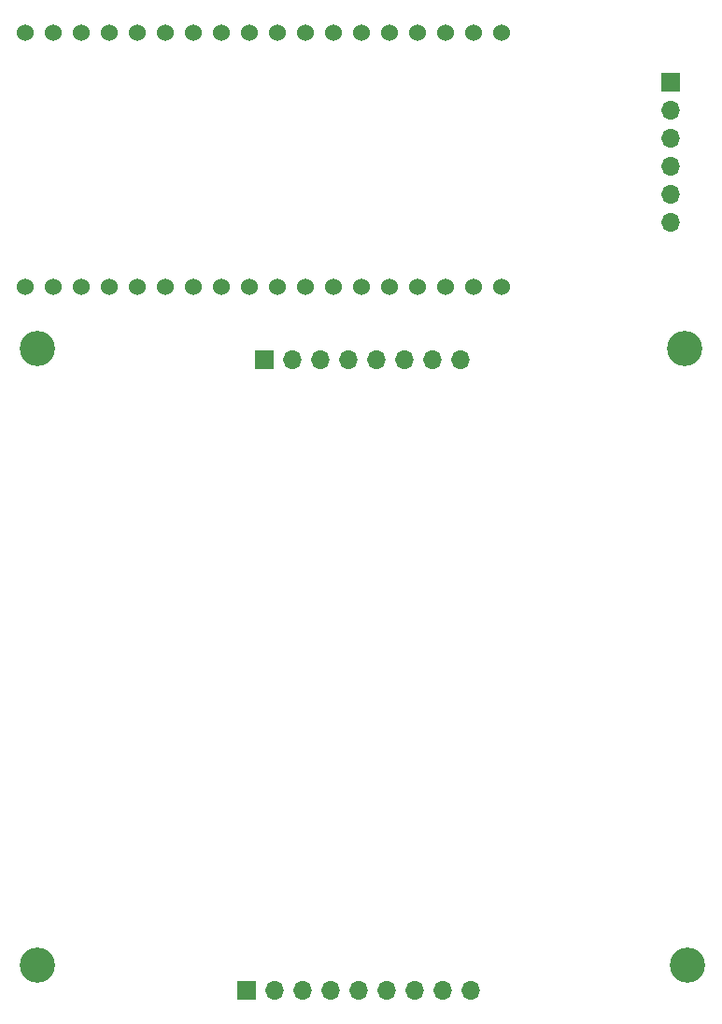
<source format=gbr>
%TF.GenerationSoftware,KiCad,Pcbnew,7.0.7*%
%TF.CreationDate,2023-09-01T04:07:14-04:00*%
%TF.ProjectId,Lora_Keypad,4c6f7261-5f4b-4657-9970-61642e6b6963,v1*%
%TF.SameCoordinates,Original*%
%TF.FileFunction,Soldermask,Bot*%
%TF.FilePolarity,Negative*%
%FSLAX46Y46*%
G04 Gerber Fmt 4.6, Leading zero omitted, Abs format (unit mm)*
G04 Created by KiCad (PCBNEW 7.0.7) date 2023-09-01 04:07:14*
%MOMM*%
%LPD*%
G01*
G04 APERTURE LIST*
%ADD10C,3.200000*%
%ADD11R,1.700000X1.700000*%
%ADD12O,1.700000X1.700000*%
%ADD13C,1.524000*%
G04 APERTURE END LIST*
D10*
%TO.C,H4*%
X175514000Y-134620000D03*
%TD*%
%TO.C,H3*%
X116586000Y-134620000D03*
%TD*%
%TO.C,H2*%
X175260000Y-78740000D03*
%TD*%
%TO.C,H1*%
X116586000Y-78740000D03*
%TD*%
D11*
%TO.C,J1*%
X173990000Y-54610000D03*
D12*
X173990000Y-57150000D03*
X173990000Y-59690000D03*
X173990000Y-62230000D03*
X173990000Y-64770000D03*
X173990000Y-67310000D03*
%TD*%
D13*
%TO.C,U1*%
X115540000Y-73130000D03*
X118080000Y-73130000D03*
X120620000Y-73130000D03*
X123160000Y-73130000D03*
X125700000Y-73130000D03*
X128240000Y-73130000D03*
X130780000Y-73130000D03*
X133320000Y-73130000D03*
X135860000Y-73130000D03*
X138400000Y-73130000D03*
X140940000Y-73130000D03*
X143480000Y-73130000D03*
X146020000Y-73130000D03*
X148560000Y-73130000D03*
X151100000Y-73130000D03*
X153640000Y-73130000D03*
X156180000Y-73130000D03*
X158720000Y-73130000D03*
X158720000Y-50100000D03*
X156180000Y-50100000D03*
X153640000Y-50100000D03*
X151100000Y-50100000D03*
X148560000Y-50100000D03*
X146020000Y-50100000D03*
X143480000Y-50100000D03*
X140940000Y-50100000D03*
X138400000Y-50100000D03*
X135860000Y-50100000D03*
X133320000Y-50100000D03*
X130780000Y-50100000D03*
X128240000Y-50100000D03*
X125700000Y-50100000D03*
X123160000Y-50100000D03*
X120620000Y-50100000D03*
X118080000Y-50100000D03*
X115540000Y-50100000D03*
%TD*%
D11*
%TO.C,U2*%
X137160000Y-79760000D03*
D12*
X139700000Y-79760000D03*
X142240000Y-79760000D03*
X144780000Y-79760000D03*
X147320000Y-79760000D03*
X149860000Y-79760000D03*
X152400000Y-79760000D03*
X154940000Y-79760000D03*
D11*
X135572500Y-136910000D03*
D12*
X138112500Y-136910000D03*
X140652500Y-136910000D03*
X143192500Y-136910000D03*
X145732500Y-136910000D03*
X148272500Y-136910000D03*
X150812500Y-136910000D03*
X153352500Y-136910000D03*
X155892500Y-136910000D03*
%TD*%
M02*

</source>
